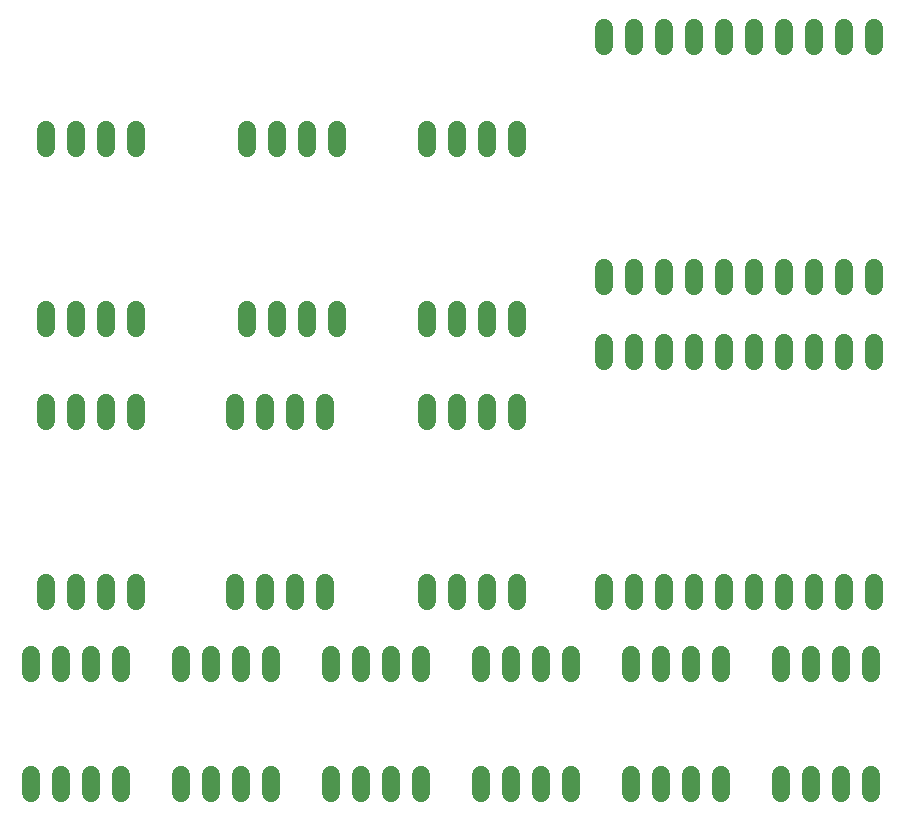
<source format=gbl>
G75*
G70*
%OFA0B0*%
%FSLAX24Y24*%
%IPPOS*%
%LPD*%
%AMOC8*
5,1,8,0,0,1.08239X$1,22.5*
%
%ADD10C,0.0600*%
D10*
X001272Y001123D02*
X001272Y001723D01*
X002272Y001723D02*
X002272Y001123D01*
X003272Y001123D02*
X003272Y001723D01*
X004272Y001723D02*
X004272Y001123D01*
X006272Y001123D02*
X006272Y001723D01*
X007272Y001723D02*
X007272Y001123D01*
X008272Y001123D02*
X008272Y001723D01*
X009272Y001723D02*
X009272Y001123D01*
X011272Y001123D02*
X011272Y001723D01*
X012272Y001723D02*
X012272Y001123D01*
X013272Y001123D02*
X013272Y001723D01*
X014272Y001723D02*
X014272Y001123D01*
X016272Y001123D02*
X016272Y001723D01*
X017272Y001723D02*
X017272Y001123D01*
X018272Y001123D02*
X018272Y001723D01*
X019272Y001723D02*
X019272Y001123D01*
X021272Y001123D02*
X021272Y001723D01*
X022272Y001723D02*
X022272Y001123D01*
X023272Y001123D02*
X023272Y001723D01*
X024272Y001723D02*
X024272Y001123D01*
X026272Y001123D02*
X026272Y001723D01*
X027272Y001723D02*
X027272Y001123D01*
X028272Y001123D02*
X028272Y001723D01*
X029272Y001723D02*
X029272Y001123D01*
X029272Y005123D02*
X029272Y005723D01*
X028272Y005723D02*
X028272Y005123D01*
X027272Y005123D02*
X027272Y005723D01*
X026272Y005723D02*
X026272Y005123D01*
X024272Y005123D02*
X024272Y005723D01*
X023272Y005723D02*
X023272Y005123D01*
X022272Y005123D02*
X022272Y005723D01*
X021272Y005723D02*
X021272Y005123D01*
X019272Y005123D02*
X019272Y005723D01*
X018272Y005723D02*
X018272Y005123D01*
X017272Y005123D02*
X017272Y005723D01*
X016272Y005723D02*
X016272Y005123D01*
X014272Y005123D02*
X014272Y005723D01*
X013272Y005723D02*
X013272Y005123D01*
X012272Y005123D02*
X012272Y005723D01*
X011272Y005723D02*
X011272Y005123D01*
X009272Y005123D02*
X009272Y005723D01*
X008272Y005723D02*
X008272Y005123D01*
X007272Y005123D02*
X007272Y005723D01*
X006272Y005723D02*
X006272Y005123D01*
X004272Y005123D02*
X004272Y005723D01*
X003272Y005723D02*
X003272Y005123D01*
X002272Y005123D02*
X002272Y005723D01*
X001272Y005723D02*
X001272Y005123D01*
X001772Y007523D02*
X001772Y008123D01*
X002772Y008123D02*
X002772Y007523D01*
X003772Y007523D02*
X003772Y008123D01*
X004772Y008123D02*
X004772Y007523D01*
X008072Y007523D02*
X008072Y008123D01*
X009072Y008123D02*
X009072Y007523D01*
X010072Y007523D02*
X010072Y008123D01*
X011072Y008123D02*
X011072Y007523D01*
X014472Y007523D02*
X014472Y008123D01*
X015472Y008123D02*
X015472Y007523D01*
X016472Y007523D02*
X016472Y008123D01*
X017472Y008123D02*
X017472Y007523D01*
X020372Y007523D02*
X020372Y008123D01*
X021372Y008123D02*
X021372Y007523D01*
X022372Y007523D02*
X022372Y008123D01*
X023372Y008123D02*
X023372Y007523D01*
X024372Y007523D02*
X024372Y008123D01*
X025372Y008123D02*
X025372Y007523D01*
X026372Y007523D02*
X026372Y008123D01*
X027372Y008123D02*
X027372Y007523D01*
X028372Y007523D02*
X028372Y008123D01*
X029372Y008123D02*
X029372Y007523D01*
X029372Y015523D02*
X029372Y016123D01*
X028372Y016123D02*
X028372Y015523D01*
X027372Y015523D02*
X027372Y016123D01*
X026372Y016123D02*
X026372Y015523D01*
X025372Y015523D02*
X025372Y016123D01*
X024372Y016123D02*
X024372Y015523D01*
X023372Y015523D02*
X023372Y016123D01*
X022372Y016123D02*
X022372Y015523D01*
X021372Y015523D02*
X021372Y016123D01*
X020372Y016123D02*
X020372Y015523D01*
X020372Y018023D02*
X020372Y018623D01*
X021372Y018623D02*
X021372Y018023D01*
X022372Y018023D02*
X022372Y018623D01*
X023372Y018623D02*
X023372Y018023D01*
X024372Y018023D02*
X024372Y018623D01*
X025372Y018623D02*
X025372Y018023D01*
X026372Y018023D02*
X026372Y018623D01*
X027372Y018623D02*
X027372Y018023D01*
X028372Y018023D02*
X028372Y018623D01*
X029372Y018623D02*
X029372Y018023D01*
X029372Y026023D02*
X029372Y026623D01*
X028372Y026623D02*
X028372Y026023D01*
X027372Y026023D02*
X027372Y026623D01*
X026372Y026623D02*
X026372Y026023D01*
X025372Y026023D02*
X025372Y026623D01*
X024372Y026623D02*
X024372Y026023D01*
X023372Y026023D02*
X023372Y026623D01*
X022372Y026623D02*
X022372Y026023D01*
X021372Y026023D02*
X021372Y026623D01*
X020372Y026623D02*
X020372Y026023D01*
X017472Y023223D02*
X017472Y022623D01*
X016472Y022623D02*
X016472Y023223D01*
X015472Y023223D02*
X015472Y022623D01*
X014472Y022623D02*
X014472Y023223D01*
X011472Y023223D02*
X011472Y022623D01*
X010472Y022623D02*
X010472Y023223D01*
X009472Y023223D02*
X009472Y022623D01*
X008472Y022623D02*
X008472Y023223D01*
X004772Y023223D02*
X004772Y022623D01*
X003772Y022623D02*
X003772Y023223D01*
X002772Y023223D02*
X002772Y022623D01*
X001772Y022623D02*
X001772Y023223D01*
X001772Y017223D02*
X001772Y016623D01*
X002772Y016623D02*
X002772Y017223D01*
X003772Y017223D02*
X003772Y016623D01*
X004772Y016623D02*
X004772Y017223D01*
X004772Y014123D02*
X004772Y013523D01*
X003772Y013523D02*
X003772Y014123D01*
X002772Y014123D02*
X002772Y013523D01*
X001772Y013523D02*
X001772Y014123D01*
X008072Y014123D02*
X008072Y013523D01*
X009072Y013523D02*
X009072Y014123D01*
X010072Y014123D02*
X010072Y013523D01*
X011072Y013523D02*
X011072Y014123D01*
X011472Y016623D02*
X011472Y017223D01*
X010472Y017223D02*
X010472Y016623D01*
X009472Y016623D02*
X009472Y017223D01*
X008472Y017223D02*
X008472Y016623D01*
X014472Y016623D02*
X014472Y017223D01*
X015472Y017223D02*
X015472Y016623D01*
X016472Y016623D02*
X016472Y017223D01*
X017472Y017223D02*
X017472Y016623D01*
X017472Y014123D02*
X017472Y013523D01*
X016472Y013523D02*
X016472Y014123D01*
X015472Y014123D02*
X015472Y013523D01*
X014472Y013523D02*
X014472Y014123D01*
M02*

</source>
